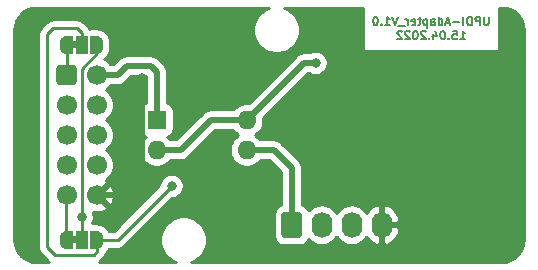
<source format=gbr>
%TF.GenerationSoftware,KiCad,Pcbnew,(5.1.8)-1*%
%TF.CreationDate,2022-04-17T09:09:35+02:00*%
%TF.ProjectId,UPDI-Adapter_V1.0,55504449-2d41-4646-9170-7465725f5631,rev?*%
%TF.SameCoordinates,Original*%
%TF.FileFunction,Copper,L2,Bot*%
%TF.FilePolarity,Positive*%
%FSLAX46Y46*%
G04 Gerber Fmt 4.6, Leading zero omitted, Abs format (unit mm)*
G04 Created by KiCad (PCBNEW (5.1.8)-1) date 2022-04-17 09:09:35*
%MOMM*%
%LPD*%
G01*
G04 APERTURE LIST*
%TA.AperFunction,NonConductor*%
%ADD10C,0.150000*%
%TD*%
%TA.AperFunction,EtchedComponent*%
%ADD11C,0.100000*%
%TD*%
%TA.AperFunction,ComponentPad*%
%ADD12C,1.700000*%
%TD*%
%TA.AperFunction,ComponentPad*%
%ADD13O,1.740000X2.190000*%
%TD*%
%TA.AperFunction,SMDPad,CuDef*%
%ADD14C,0.100000*%
%TD*%
%TA.AperFunction,SMDPad,CuDef*%
%ADD15R,1.000000X1.500000*%
%TD*%
%TA.AperFunction,ComponentPad*%
%ADD16R,1.600000X1.600000*%
%TD*%
%TA.AperFunction,ComponentPad*%
%ADD17O,1.600000X1.600000*%
%TD*%
%TA.AperFunction,ViaPad*%
%ADD18C,0.800000*%
%TD*%
%TA.AperFunction,Conductor*%
%ADD19C,0.500000*%
%TD*%
%TA.AperFunction,Conductor*%
%ADD20C,0.250000*%
%TD*%
%TA.AperFunction,Conductor*%
%ADD21C,0.254000*%
%TD*%
%TA.AperFunction,Conductor*%
%ADD22C,0.100000*%
%TD*%
G04 APERTURE END LIST*
D10*
X76367666Y-45879666D02*
X76367666Y-46446333D01*
X76334333Y-46513000D01*
X76301000Y-46546333D01*
X76234333Y-46579666D01*
X76101000Y-46579666D01*
X76034333Y-46546333D01*
X76001000Y-46513000D01*
X75967666Y-46446333D01*
X75967666Y-45879666D01*
X75634333Y-46579666D02*
X75634333Y-45879666D01*
X75367666Y-45879666D01*
X75301000Y-45913000D01*
X75267666Y-45946333D01*
X75234333Y-46013000D01*
X75234333Y-46113000D01*
X75267666Y-46179666D01*
X75301000Y-46213000D01*
X75367666Y-46246333D01*
X75634333Y-46246333D01*
X74934333Y-46579666D02*
X74934333Y-45879666D01*
X74767666Y-45879666D01*
X74667666Y-45913000D01*
X74601000Y-45979666D01*
X74567666Y-46046333D01*
X74534333Y-46179666D01*
X74534333Y-46279666D01*
X74567666Y-46413000D01*
X74601000Y-46479666D01*
X74667666Y-46546333D01*
X74767666Y-46579666D01*
X74934333Y-46579666D01*
X74234333Y-46579666D02*
X74234333Y-45879666D01*
X73901000Y-46313000D02*
X73367666Y-46313000D01*
X73067666Y-46379666D02*
X72734333Y-46379666D01*
X73134333Y-46579666D02*
X72901000Y-45879666D01*
X72667666Y-46579666D01*
X72134333Y-46579666D02*
X72134333Y-45879666D01*
X72134333Y-46546333D02*
X72201000Y-46579666D01*
X72334333Y-46579666D01*
X72401000Y-46546333D01*
X72434333Y-46513000D01*
X72467666Y-46446333D01*
X72467666Y-46246333D01*
X72434333Y-46179666D01*
X72401000Y-46146333D01*
X72334333Y-46113000D01*
X72201000Y-46113000D01*
X72134333Y-46146333D01*
X71501000Y-46579666D02*
X71501000Y-46213000D01*
X71534333Y-46146333D01*
X71601000Y-46113000D01*
X71734333Y-46113000D01*
X71801000Y-46146333D01*
X71501000Y-46546333D02*
X71567666Y-46579666D01*
X71734333Y-46579666D01*
X71801000Y-46546333D01*
X71834333Y-46479666D01*
X71834333Y-46413000D01*
X71801000Y-46346333D01*
X71734333Y-46313000D01*
X71567666Y-46313000D01*
X71501000Y-46279666D01*
X71167666Y-46113000D02*
X71167666Y-46813000D01*
X71167666Y-46146333D02*
X71101000Y-46113000D01*
X70967666Y-46113000D01*
X70901000Y-46146333D01*
X70867666Y-46179666D01*
X70834333Y-46246333D01*
X70834333Y-46446333D01*
X70867666Y-46513000D01*
X70901000Y-46546333D01*
X70967666Y-46579666D01*
X71101000Y-46579666D01*
X71167666Y-46546333D01*
X70634333Y-46113000D02*
X70367666Y-46113000D01*
X70534333Y-45879666D02*
X70534333Y-46479666D01*
X70501000Y-46546333D01*
X70434333Y-46579666D01*
X70367666Y-46579666D01*
X69867666Y-46546333D02*
X69934333Y-46579666D01*
X70067666Y-46579666D01*
X70134333Y-46546333D01*
X70167666Y-46479666D01*
X70167666Y-46213000D01*
X70134333Y-46146333D01*
X70067666Y-46113000D01*
X69934333Y-46113000D01*
X69867666Y-46146333D01*
X69834333Y-46213000D01*
X69834333Y-46279666D01*
X70167666Y-46346333D01*
X69534333Y-46579666D02*
X69534333Y-46113000D01*
X69534333Y-46246333D02*
X69501000Y-46179666D01*
X69467666Y-46146333D01*
X69401000Y-46113000D01*
X69334333Y-46113000D01*
X69267666Y-46646333D02*
X68734333Y-46646333D01*
X68667666Y-45879666D02*
X68434333Y-46579666D01*
X68201000Y-45879666D01*
X67601000Y-46579666D02*
X68001000Y-46579666D01*
X67801000Y-46579666D02*
X67801000Y-45879666D01*
X67867666Y-45979666D01*
X67934333Y-46046333D01*
X68001000Y-46079666D01*
X67301000Y-46513000D02*
X67267666Y-46546333D01*
X67301000Y-46579666D01*
X67334333Y-46546333D01*
X67301000Y-46513000D01*
X67301000Y-46579666D01*
X66834333Y-45879666D02*
X66767666Y-45879666D01*
X66701000Y-45913000D01*
X66667666Y-45946333D01*
X66634333Y-46013000D01*
X66601000Y-46146333D01*
X66601000Y-46313000D01*
X66634333Y-46446333D01*
X66667666Y-46513000D01*
X66701000Y-46546333D01*
X66767666Y-46579666D01*
X66834333Y-46579666D01*
X66901000Y-46546333D01*
X66934333Y-46513000D01*
X66967666Y-46446333D01*
X67001000Y-46313000D01*
X67001000Y-46146333D01*
X66967666Y-46013000D01*
X66934333Y-45946333D01*
X66901000Y-45913000D01*
X66834333Y-45879666D01*
X73967666Y-47779666D02*
X74367666Y-47779666D01*
X74167666Y-47779666D02*
X74167666Y-47079666D01*
X74234333Y-47179666D01*
X74301000Y-47246333D01*
X74367666Y-47279666D01*
X73334333Y-47079666D02*
X73667666Y-47079666D01*
X73701000Y-47413000D01*
X73667666Y-47379666D01*
X73601000Y-47346333D01*
X73434333Y-47346333D01*
X73367666Y-47379666D01*
X73334333Y-47413000D01*
X73301000Y-47479666D01*
X73301000Y-47646333D01*
X73334333Y-47713000D01*
X73367666Y-47746333D01*
X73434333Y-47779666D01*
X73601000Y-47779666D01*
X73667666Y-47746333D01*
X73701000Y-47713000D01*
X73001000Y-47713000D02*
X72967666Y-47746333D01*
X73001000Y-47779666D01*
X73034333Y-47746333D01*
X73001000Y-47713000D01*
X73001000Y-47779666D01*
X72534333Y-47079666D02*
X72467666Y-47079666D01*
X72401000Y-47113000D01*
X72367666Y-47146333D01*
X72334333Y-47213000D01*
X72301000Y-47346333D01*
X72301000Y-47513000D01*
X72334333Y-47646333D01*
X72367666Y-47713000D01*
X72401000Y-47746333D01*
X72467666Y-47779666D01*
X72534333Y-47779666D01*
X72601000Y-47746333D01*
X72634333Y-47713000D01*
X72667666Y-47646333D01*
X72701000Y-47513000D01*
X72701000Y-47346333D01*
X72667666Y-47213000D01*
X72634333Y-47146333D01*
X72601000Y-47113000D01*
X72534333Y-47079666D01*
X71701000Y-47313000D02*
X71701000Y-47779666D01*
X71867666Y-47046333D02*
X72034333Y-47546333D01*
X71601000Y-47546333D01*
X71334333Y-47713000D02*
X71301000Y-47746333D01*
X71334333Y-47779666D01*
X71367666Y-47746333D01*
X71334333Y-47713000D01*
X71334333Y-47779666D01*
X71034333Y-47146333D02*
X71001000Y-47113000D01*
X70934333Y-47079666D01*
X70767666Y-47079666D01*
X70701000Y-47113000D01*
X70667666Y-47146333D01*
X70634333Y-47213000D01*
X70634333Y-47279666D01*
X70667666Y-47379666D01*
X71067666Y-47779666D01*
X70634333Y-47779666D01*
X70201000Y-47079666D02*
X70134333Y-47079666D01*
X70067666Y-47113000D01*
X70034333Y-47146333D01*
X70001000Y-47213000D01*
X69967666Y-47346333D01*
X69967666Y-47513000D01*
X70001000Y-47646333D01*
X70034333Y-47713000D01*
X70067666Y-47746333D01*
X70134333Y-47779666D01*
X70201000Y-47779666D01*
X70267666Y-47746333D01*
X70301000Y-47713000D01*
X70334333Y-47646333D01*
X70367666Y-47513000D01*
X70367666Y-47346333D01*
X70334333Y-47213000D01*
X70301000Y-47146333D01*
X70267666Y-47113000D01*
X70201000Y-47079666D01*
X69701000Y-47146333D02*
X69667666Y-47113000D01*
X69601000Y-47079666D01*
X69434333Y-47079666D01*
X69367666Y-47113000D01*
X69334333Y-47146333D01*
X69301000Y-47213000D01*
X69301000Y-47279666D01*
X69334333Y-47379666D01*
X69734333Y-47779666D01*
X69301000Y-47779666D01*
X69034333Y-47146333D02*
X69001000Y-47113000D01*
X68934333Y-47079666D01*
X68767666Y-47079666D01*
X68701000Y-47113000D01*
X68667666Y-47146333D01*
X68634333Y-47213000D01*
X68634333Y-47279666D01*
X68667666Y-47379666D01*
X69067666Y-47779666D01*
X68634333Y-47779666D01*
D11*
%TO.C,JP1*%
G36*
X41010000Y-48560000D02*
G01*
X41510000Y-48560000D01*
X41510000Y-47960000D01*
X41010000Y-47960000D01*
X41010000Y-48560000D01*
G37*
%TO.C,JP2*%
G36*
X41010000Y-65070000D02*
G01*
X41510000Y-65070000D01*
X41510000Y-64470000D01*
X41010000Y-64470000D01*
X41010000Y-65070000D01*
G37*
%TD*%
%TO.P,J1,1*%
%TO.N,/EXA_TX*%
%TA.AperFunction,ComponentPad*%
G36*
G01*
X39790000Y-51400000D02*
X39790000Y-50200000D01*
G75*
G02*
X40040000Y-49950000I250000J0D01*
G01*
X41240000Y-49950000D01*
G75*
G02*
X41490000Y-50200000I0J-250000D01*
G01*
X41490000Y-51400000D01*
G75*
G02*
X41240000Y-51650000I-250000J0D01*
G01*
X40040000Y-51650000D01*
G75*
G02*
X39790000Y-51400000I0J250000D01*
G01*
G37*
%TD.AperFunction*%
D12*
%TO.P,J1,3*%
%TO.N,Net-(J1-Pad3)*%
X40640000Y-53340000D03*
%TO.P,J1,5*%
%TO.N,Net-(J1-Pad5)*%
X40640000Y-55880000D03*
%TO.P,J1,7*%
%TO.N,Net-(J1-Pad7)*%
X40640000Y-58420000D03*
%TO.P,J1,9*%
%TO.N,/EXA_RX*%
X40640000Y-60960000D03*
%TO.P,J1,2*%
%TO.N,Net-(J1-Pad2)*%
X43180000Y-50800000D03*
%TO.P,J1,4*%
%TO.N,/UPDI*%
X43180000Y-53340000D03*
%TO.P,J1,6*%
%TO.N,Net-(J1-Pad6)*%
X43180000Y-55880000D03*
%TO.P,J1,8*%
%TO.N,Net-(J1-Pad8)*%
X43180000Y-58420000D03*
%TO.P,J1,10*%
%TO.N,GND*%
X43180000Y-60960000D03*
%TD*%
%TO.P,J2,1*%
%TO.N,/J2_PWR*%
%TA.AperFunction,ComponentPad*%
G36*
G01*
X58820000Y-64345001D02*
X58820000Y-62654999D01*
G75*
G02*
X59069999Y-62405000I249999J0D01*
G01*
X60310001Y-62405000D01*
G75*
G02*
X60560000Y-62654999I0J-249999D01*
G01*
X60560000Y-64345001D01*
G75*
G02*
X60310001Y-64595000I-249999J0D01*
G01*
X59069999Y-64595000D01*
G75*
G02*
X58820000Y-64345001I0J249999D01*
G01*
G37*
%TD.AperFunction*%
D13*
%TO.P,J2,2*%
%TO.N,Net-(J2-Pad2)*%
X62230000Y-63500000D03*
%TO.P,J2,3*%
%TO.N,Net-(J2-Pad3)*%
X64770000Y-63500000D03*
%TO.P,J2,4*%
%TO.N,GND*%
X67310000Y-63500000D03*
%TD*%
%TA.AperFunction,SMDPad,CuDef*%
D14*
%TO.P,JP1,3*%
%TO.N,/Tar_TX*%
G36*
X43210000Y-47510602D02*
G01*
X43234534Y-47510602D01*
X43283365Y-47515412D01*
X43331490Y-47524984D01*
X43378445Y-47539228D01*
X43423778Y-47558005D01*
X43467051Y-47581136D01*
X43507850Y-47608396D01*
X43545779Y-47639524D01*
X43580476Y-47674221D01*
X43611604Y-47712150D01*
X43638864Y-47752949D01*
X43661995Y-47796222D01*
X43680772Y-47841555D01*
X43695016Y-47888510D01*
X43704588Y-47936635D01*
X43709398Y-47985466D01*
X43709398Y-48010000D01*
X43710000Y-48010000D01*
X43710000Y-48510000D01*
X43709398Y-48510000D01*
X43709398Y-48534534D01*
X43704588Y-48583365D01*
X43695016Y-48631490D01*
X43680772Y-48678445D01*
X43661995Y-48723778D01*
X43638864Y-48767051D01*
X43611604Y-48807850D01*
X43580476Y-48845779D01*
X43545779Y-48880476D01*
X43507850Y-48911604D01*
X43467051Y-48938864D01*
X43423778Y-48961995D01*
X43378445Y-48980772D01*
X43331490Y-48995016D01*
X43283365Y-49004588D01*
X43234534Y-49009398D01*
X43210000Y-49009398D01*
X43210000Y-49010000D01*
X42660000Y-49010000D01*
X42660000Y-47510000D01*
X43210000Y-47510000D01*
X43210000Y-47510602D01*
G37*
%TD.AperFunction*%
D15*
%TO.P,JP1,2*%
%TO.N,/Tar_RX*%
X41910000Y-48260000D03*
%TA.AperFunction,SMDPad,CuDef*%
D14*
%TO.P,JP1,1*%
%TO.N,/EXA_TX*%
G36*
X41160000Y-49010000D02*
G01*
X40610000Y-49010000D01*
X40610000Y-49009398D01*
X40585466Y-49009398D01*
X40536635Y-49004588D01*
X40488510Y-48995016D01*
X40441555Y-48980772D01*
X40396222Y-48961995D01*
X40352949Y-48938864D01*
X40312150Y-48911604D01*
X40274221Y-48880476D01*
X40239524Y-48845779D01*
X40208396Y-48807850D01*
X40181136Y-48767051D01*
X40158005Y-48723778D01*
X40139228Y-48678445D01*
X40124984Y-48631490D01*
X40115412Y-48583365D01*
X40110602Y-48534534D01*
X40110602Y-48510000D01*
X40110000Y-48510000D01*
X40110000Y-48010000D01*
X40110602Y-48010000D01*
X40110602Y-47985466D01*
X40115412Y-47936635D01*
X40124984Y-47888510D01*
X40139228Y-47841555D01*
X40158005Y-47796222D01*
X40181136Y-47752949D01*
X40208396Y-47712150D01*
X40239524Y-47674221D01*
X40274221Y-47639524D01*
X40312150Y-47608396D01*
X40352949Y-47581136D01*
X40396222Y-47558005D01*
X40441555Y-47539228D01*
X40488510Y-47524984D01*
X40536635Y-47515412D01*
X40585466Y-47510602D01*
X40610000Y-47510602D01*
X40610000Y-47510000D01*
X41160000Y-47510000D01*
X41160000Y-49010000D01*
G37*
%TD.AperFunction*%
%TD*%
%TA.AperFunction,SMDPad,CuDef*%
%TO.P,JP2,1*%
%TO.N,/EXA_RX*%
G36*
X41160000Y-65520000D02*
G01*
X40610000Y-65520000D01*
X40610000Y-65519398D01*
X40585466Y-65519398D01*
X40536635Y-65514588D01*
X40488510Y-65505016D01*
X40441555Y-65490772D01*
X40396222Y-65471995D01*
X40352949Y-65448864D01*
X40312150Y-65421604D01*
X40274221Y-65390476D01*
X40239524Y-65355779D01*
X40208396Y-65317850D01*
X40181136Y-65277051D01*
X40158005Y-65233778D01*
X40139228Y-65188445D01*
X40124984Y-65141490D01*
X40115412Y-65093365D01*
X40110602Y-65044534D01*
X40110602Y-65020000D01*
X40110000Y-65020000D01*
X40110000Y-64520000D01*
X40110602Y-64520000D01*
X40110602Y-64495466D01*
X40115412Y-64446635D01*
X40124984Y-64398510D01*
X40139228Y-64351555D01*
X40158005Y-64306222D01*
X40181136Y-64262949D01*
X40208396Y-64222150D01*
X40239524Y-64184221D01*
X40274221Y-64149524D01*
X40312150Y-64118396D01*
X40352949Y-64091136D01*
X40396222Y-64068005D01*
X40441555Y-64049228D01*
X40488510Y-64034984D01*
X40536635Y-64025412D01*
X40585466Y-64020602D01*
X40610000Y-64020602D01*
X40610000Y-64020000D01*
X41160000Y-64020000D01*
X41160000Y-65520000D01*
G37*
%TD.AperFunction*%
D15*
%TO.P,JP2,2*%
%TO.N,/Tar_TX*%
X41910000Y-64770000D03*
%TA.AperFunction,SMDPad,CuDef*%
D14*
%TO.P,JP2,3*%
%TO.N,/Tar_RX*%
G36*
X43210000Y-64020602D02*
G01*
X43234534Y-64020602D01*
X43283365Y-64025412D01*
X43331490Y-64034984D01*
X43378445Y-64049228D01*
X43423778Y-64068005D01*
X43467051Y-64091136D01*
X43507850Y-64118396D01*
X43545779Y-64149524D01*
X43580476Y-64184221D01*
X43611604Y-64222150D01*
X43638864Y-64262949D01*
X43661995Y-64306222D01*
X43680772Y-64351555D01*
X43695016Y-64398510D01*
X43704588Y-64446635D01*
X43709398Y-64495466D01*
X43709398Y-64520000D01*
X43710000Y-64520000D01*
X43710000Y-65020000D01*
X43709398Y-65020000D01*
X43709398Y-65044534D01*
X43704588Y-65093365D01*
X43695016Y-65141490D01*
X43680772Y-65188445D01*
X43661995Y-65233778D01*
X43638864Y-65277051D01*
X43611604Y-65317850D01*
X43580476Y-65355779D01*
X43545779Y-65390476D01*
X43507850Y-65421604D01*
X43467051Y-65448864D01*
X43423778Y-65471995D01*
X43378445Y-65490772D01*
X43331490Y-65505016D01*
X43283365Y-65514588D01*
X43234534Y-65519398D01*
X43210000Y-65519398D01*
X43210000Y-65520000D01*
X42660000Y-65520000D01*
X42660000Y-64020000D01*
X43210000Y-64020000D01*
X43210000Y-64020602D01*
G37*
%TD.AperFunction*%
%TD*%
D16*
%TO.P,SW1,1*%
%TO.N,Net-(J1-Pad2)*%
X48260000Y-54610000D03*
D17*
%TO.P,SW1,3*%
%TO.N,/J2_PWR*%
X55880000Y-57150000D03*
%TO.P,SW1,2*%
%TO.N,VCC*%
X48260000Y-57150000D03*
%TO.P,SW1,4*%
X55880000Y-54610000D03*
%TD*%
D18*
%TO.N,GND*%
X46990000Y-51054000D03*
X78232000Y-48006000D03*
X52070000Y-61214000D03*
X67310000Y-51054000D03*
%TO.N,/Tar_TX*%
X41910000Y-62865000D03*
%TO.N,/Tar_RX*%
X49530000Y-60198000D03*
%TO.N,VCC*%
X61722000Y-49784000D03*
%TD*%
D19*
%TO.N,GND*%
X67310000Y-49911000D02*
X68072000Y-49149000D01*
X67310000Y-63500000D02*
X67310000Y-49911000D01*
X46609000Y-60960000D02*
X43180000Y-60960000D01*
X46990000Y-60579000D02*
X46609000Y-60960000D01*
X68072000Y-49149000D02*
X72009000Y-49149000D01*
X77089000Y-49149000D02*
X78232000Y-48006000D01*
X72009000Y-49149000D02*
X77089000Y-49149000D01*
D20*
X49530000Y-58674000D02*
X46990000Y-58674000D01*
D19*
X46990000Y-58674000D02*
X46990000Y-60579000D01*
D20*
X52070000Y-61214000D02*
X49530000Y-58674000D01*
D19*
X46990000Y-51054000D02*
X46990000Y-58674000D01*
D20*
%TO.N,/EXA_TX*%
X40640000Y-48290000D02*
X40610000Y-48260000D01*
X40640000Y-50800000D02*
X40640000Y-48290000D01*
%TO.N,/EXA_RX*%
X40610000Y-60990000D02*
X40640000Y-60960000D01*
X40610000Y-64770000D02*
X40610000Y-60990000D01*
D19*
%TO.N,Net-(J1-Pad2)*%
X43180000Y-50800000D02*
X44958000Y-50800000D01*
X44958000Y-50800000D02*
X45720000Y-50038000D01*
X45720000Y-50038000D02*
X47752000Y-50038000D01*
X48260000Y-50546000D02*
X48260000Y-54610000D01*
X47752000Y-50038000D02*
X48260000Y-50546000D01*
D20*
%TO.N,/Tar_TX*%
X43210000Y-48992000D02*
X43210000Y-48260000D01*
X41910000Y-50292000D02*
X43210000Y-48992000D01*
X41910000Y-64770000D02*
X41910000Y-62865000D01*
X41910000Y-62865000D02*
X41910000Y-50292000D01*
%TO.N,/Tar_RX*%
X41910000Y-47260000D02*
X41513000Y-46863000D01*
X41910000Y-48260000D02*
X41910000Y-47260000D01*
X41513000Y-46863000D02*
X39497000Y-46863000D01*
X39497000Y-46863000D02*
X38989000Y-47371000D01*
X38989000Y-47371000D02*
X38989000Y-65405000D01*
X38989000Y-65405000D02*
X39624000Y-66040000D01*
X39624000Y-66040000D02*
X42926000Y-66040000D01*
X43210000Y-65756000D02*
X43210000Y-64770000D01*
X42926000Y-66040000D02*
X43210000Y-65756000D01*
X43210000Y-64770000D02*
X44958000Y-64770000D01*
X44958000Y-64770000D02*
X49530000Y-60198000D01*
D19*
%TO.N,VCC*%
X48260000Y-57150000D02*
X50292000Y-57150000D01*
X52832000Y-54610000D02*
X55880000Y-54610000D01*
X50292000Y-57150000D02*
X52832000Y-54610000D01*
X60706000Y-49784000D02*
X61722000Y-49784000D01*
X55880000Y-54610000D02*
X60706000Y-49784000D01*
%TO.N,/J2_PWR*%
X55880000Y-57150000D02*
X58166000Y-57150000D01*
X59690000Y-58674000D02*
X59690000Y-63500000D01*
X58166000Y-57150000D02*
X59690000Y-58674000D01*
%TD*%
D21*
%TO.N,GND*%
X57479750Y-45230915D02*
X57154636Y-45448149D01*
X56878149Y-45724636D01*
X56660915Y-46049750D01*
X56511282Y-46410997D01*
X56435000Y-46794495D01*
X56435000Y-47185505D01*
X56511282Y-47569003D01*
X56660915Y-47930250D01*
X56878149Y-48255364D01*
X57154636Y-48531851D01*
X57479750Y-48749085D01*
X57840997Y-48898718D01*
X58224495Y-48975000D01*
X58615505Y-48975000D01*
X58999003Y-48898718D01*
X59360250Y-48749085D01*
X59685364Y-48531851D01*
X59961851Y-48255364D01*
X60179085Y-47930250D01*
X60328718Y-47569003D01*
X60405000Y-47185505D01*
X60405000Y-46794495D01*
X60328718Y-46410997D01*
X60179085Y-46049750D01*
X59961851Y-45724636D01*
X59685364Y-45448149D01*
X59360250Y-45230915D01*
X59068335Y-45110000D01*
X65757667Y-45110000D01*
X65757667Y-48756500D01*
X77244334Y-48756500D01*
X77244334Y-45110000D01*
X77437721Y-45110000D01*
X77834545Y-45148909D01*
X78185208Y-45254780D01*
X78508625Y-45426744D01*
X78792484Y-45658254D01*
X79025965Y-45940486D01*
X79200183Y-46262695D01*
X79308502Y-46612614D01*
X79350001Y-47007452D01*
X79350000Y-64737721D01*
X79311091Y-65134545D01*
X79205220Y-65485206D01*
X79033257Y-65808623D01*
X78801748Y-66092482D01*
X78519514Y-66325965D01*
X78197304Y-66500184D01*
X77847385Y-66608502D01*
X77452557Y-66650000D01*
X51194335Y-66650000D01*
X51486250Y-66529085D01*
X51811364Y-66311851D01*
X52087851Y-66035364D01*
X52305085Y-65710250D01*
X52454718Y-65349003D01*
X52531000Y-64965505D01*
X52531000Y-64574495D01*
X52454718Y-64190997D01*
X52305085Y-63829750D01*
X52087851Y-63504636D01*
X51811364Y-63228149D01*
X51486250Y-63010915D01*
X51125003Y-62861282D01*
X50741505Y-62785000D01*
X50350495Y-62785000D01*
X49966997Y-62861282D01*
X49605750Y-63010915D01*
X49280636Y-63228149D01*
X49004149Y-63504636D01*
X48786915Y-63829750D01*
X48637282Y-64190997D01*
X48561000Y-64574495D01*
X48561000Y-64965505D01*
X48637282Y-65349003D01*
X48786915Y-65710250D01*
X49004149Y-66035364D01*
X49280636Y-66311851D01*
X49605750Y-66529085D01*
X49897665Y-66650000D01*
X43380707Y-66650000D01*
X43466001Y-66580001D01*
X43489804Y-66550997D01*
X43720998Y-66319803D01*
X43750001Y-66296001D01*
X43844974Y-66180276D01*
X43915546Y-66048247D01*
X43959003Y-65904986D01*
X43962367Y-65870833D01*
X43978382Y-65857690D01*
X44047690Y-65788382D01*
X44127042Y-65691691D01*
X44181498Y-65610192D01*
X44224362Y-65530000D01*
X44920678Y-65530000D01*
X44958000Y-65533676D01*
X44995322Y-65530000D01*
X44995333Y-65530000D01*
X45106986Y-65519003D01*
X45250247Y-65475546D01*
X45382276Y-65404974D01*
X45498001Y-65310001D01*
X45521804Y-65280997D01*
X49569803Y-61233000D01*
X49631939Y-61233000D01*
X49831898Y-61193226D01*
X50020256Y-61115205D01*
X50189774Y-61001937D01*
X50333937Y-60857774D01*
X50447205Y-60688256D01*
X50525226Y-60499898D01*
X50565000Y-60299939D01*
X50565000Y-60096061D01*
X50525226Y-59896102D01*
X50447205Y-59707744D01*
X50333937Y-59538226D01*
X50189774Y-59394063D01*
X50020256Y-59280795D01*
X49831898Y-59202774D01*
X49631939Y-59163000D01*
X49428061Y-59163000D01*
X49228102Y-59202774D01*
X49039744Y-59280795D01*
X48870226Y-59394063D01*
X48726063Y-59538226D01*
X48612795Y-59707744D01*
X48534774Y-59896102D01*
X48495000Y-60096061D01*
X48495000Y-60158197D01*
X44643199Y-64010000D01*
X44224362Y-64010000D01*
X44181498Y-63929808D01*
X44127042Y-63848309D01*
X44047690Y-63751618D01*
X43978382Y-63682310D01*
X43881691Y-63602958D01*
X43800192Y-63548502D01*
X43689875Y-63489536D01*
X43599319Y-63452027D01*
X43479623Y-63415718D01*
X43383490Y-63396596D01*
X43259009Y-63384336D01*
X43234450Y-63384336D01*
X43210000Y-63381928D01*
X42809383Y-63381928D01*
X42827205Y-63355256D01*
X42905226Y-63166898D01*
X42945000Y-62966939D01*
X42945000Y-62763061D01*
X42905226Y-62563102D01*
X42840073Y-62405809D01*
X42956411Y-62435339D01*
X43248531Y-62450611D01*
X43538019Y-62408599D01*
X43813747Y-62310919D01*
X43951157Y-62237472D01*
X44028792Y-61988397D01*
X43180000Y-61139605D01*
X43165858Y-61153748D01*
X42986253Y-60974143D01*
X43000395Y-60960000D01*
X43359605Y-60960000D01*
X44208397Y-61808792D01*
X44457472Y-61731157D01*
X44583371Y-61467117D01*
X44655339Y-61183589D01*
X44670611Y-60891469D01*
X44628599Y-60601981D01*
X44530919Y-60326253D01*
X44457472Y-60188843D01*
X44208397Y-60111208D01*
X43359605Y-60960000D01*
X43000395Y-60960000D01*
X42986253Y-60945858D01*
X43165858Y-60766253D01*
X43180000Y-60780395D01*
X44028792Y-59931603D01*
X43953271Y-59689311D01*
X44126632Y-59573475D01*
X44333475Y-59366632D01*
X44495990Y-59123411D01*
X44607932Y-58853158D01*
X44665000Y-58566260D01*
X44665000Y-58273740D01*
X44607932Y-57986842D01*
X44495990Y-57716589D01*
X44333475Y-57473368D01*
X44126632Y-57266525D01*
X43952240Y-57150000D01*
X44126632Y-57033475D01*
X44333475Y-56826632D01*
X44495990Y-56583411D01*
X44607932Y-56313158D01*
X44665000Y-56026260D01*
X44665000Y-55733740D01*
X44607932Y-55446842D01*
X44495990Y-55176589D01*
X44333475Y-54933368D01*
X44126632Y-54726525D01*
X43952240Y-54610000D01*
X44126632Y-54493475D01*
X44333475Y-54286632D01*
X44495990Y-54043411D01*
X44607932Y-53773158D01*
X44665000Y-53486260D01*
X44665000Y-53193740D01*
X44607932Y-52906842D01*
X44495990Y-52636589D01*
X44333475Y-52393368D01*
X44126632Y-52186525D01*
X43952240Y-52070000D01*
X44126632Y-51953475D01*
X44333475Y-51746632D01*
X44374656Y-51685000D01*
X44914531Y-51685000D01*
X44958000Y-51689281D01*
X45001469Y-51685000D01*
X45001477Y-51685000D01*
X45131490Y-51672195D01*
X45298313Y-51621589D01*
X45452059Y-51539411D01*
X45586817Y-51428817D01*
X45614534Y-51395044D01*
X46086579Y-50923000D01*
X47375000Y-50923000D01*
X47375001Y-53180299D01*
X47335518Y-53184188D01*
X47215820Y-53220498D01*
X47105506Y-53279463D01*
X47008815Y-53358815D01*
X46929463Y-53455506D01*
X46870498Y-53565820D01*
X46834188Y-53685518D01*
X46821928Y-53810000D01*
X46821928Y-55410000D01*
X46834188Y-55534482D01*
X46870498Y-55654180D01*
X46929463Y-55764494D01*
X47008815Y-55861185D01*
X47105506Y-55940537D01*
X47215820Y-55999502D01*
X47335518Y-56035812D01*
X47343961Y-56036643D01*
X47145363Y-56235241D01*
X46988320Y-56470273D01*
X46880147Y-56731426D01*
X46825000Y-57008665D01*
X46825000Y-57291335D01*
X46880147Y-57568574D01*
X46988320Y-57829727D01*
X47145363Y-58064759D01*
X47345241Y-58264637D01*
X47580273Y-58421680D01*
X47841426Y-58529853D01*
X48118665Y-58585000D01*
X48401335Y-58585000D01*
X48678574Y-58529853D01*
X48939727Y-58421680D01*
X49174759Y-58264637D01*
X49374637Y-58064759D01*
X49394521Y-58035000D01*
X50248531Y-58035000D01*
X50292000Y-58039281D01*
X50335469Y-58035000D01*
X50335477Y-58035000D01*
X50465490Y-58022195D01*
X50632313Y-57971589D01*
X50786059Y-57889411D01*
X50920817Y-57778817D01*
X50948534Y-57745044D01*
X53198579Y-55495000D01*
X54745479Y-55495000D01*
X54765363Y-55524759D01*
X54965241Y-55724637D01*
X55197759Y-55880000D01*
X54965241Y-56035363D01*
X54765363Y-56235241D01*
X54608320Y-56470273D01*
X54500147Y-56731426D01*
X54445000Y-57008665D01*
X54445000Y-57291335D01*
X54500147Y-57568574D01*
X54608320Y-57829727D01*
X54765363Y-58064759D01*
X54965241Y-58264637D01*
X55200273Y-58421680D01*
X55461426Y-58529853D01*
X55738665Y-58585000D01*
X56021335Y-58585000D01*
X56298574Y-58529853D01*
X56559727Y-58421680D01*
X56794759Y-58264637D01*
X56994637Y-58064759D01*
X57014521Y-58035000D01*
X57799422Y-58035000D01*
X58805000Y-59040579D01*
X58805001Y-61811822D01*
X58730149Y-61834528D01*
X58576613Y-61916595D01*
X58442038Y-62027038D01*
X58331595Y-62161613D01*
X58249528Y-62315149D01*
X58198992Y-62481745D01*
X58181928Y-62654999D01*
X58181928Y-64345001D01*
X58198992Y-64518255D01*
X58249528Y-64684851D01*
X58331595Y-64838387D01*
X58442038Y-64972962D01*
X58576613Y-65083405D01*
X58730149Y-65165472D01*
X58896745Y-65216008D01*
X59069999Y-65233072D01*
X60310001Y-65233072D01*
X60483255Y-65216008D01*
X60649851Y-65165472D01*
X60803387Y-65083405D01*
X60937962Y-64972962D01*
X61048405Y-64838387D01*
X61106934Y-64728886D01*
X61160655Y-64794345D01*
X61389822Y-64982417D01*
X61651276Y-65122166D01*
X61934969Y-65208224D01*
X62230000Y-65237282D01*
X62525032Y-65208224D01*
X62808725Y-65122166D01*
X63070179Y-64982417D01*
X63299345Y-64794345D01*
X63487417Y-64565179D01*
X63500000Y-64541638D01*
X63512583Y-64565179D01*
X63700655Y-64794345D01*
X63929822Y-64982417D01*
X64191276Y-65122166D01*
X64474969Y-65208224D01*
X64770000Y-65237282D01*
X65065032Y-65208224D01*
X65348725Y-65122166D01*
X65610179Y-64982417D01*
X65839345Y-64794345D01*
X66027417Y-64565179D01*
X66042560Y-64536848D01*
X66135292Y-64677433D01*
X66343674Y-64888306D01*
X66589191Y-65054474D01*
X66862409Y-65169551D01*
X66949969Y-65186302D01*
X67183000Y-65065246D01*
X67183000Y-63627000D01*
X67437000Y-63627000D01*
X67437000Y-65065246D01*
X67670031Y-65186302D01*
X67757591Y-65169551D01*
X68030809Y-65054474D01*
X68276326Y-64888306D01*
X68484708Y-64677433D01*
X68647947Y-64429958D01*
X68759769Y-64155392D01*
X68815877Y-63864286D01*
X68660376Y-63627000D01*
X67437000Y-63627000D01*
X67183000Y-63627000D01*
X67163000Y-63627000D01*
X67163000Y-63373000D01*
X67183000Y-63373000D01*
X67183000Y-61934754D01*
X67437000Y-61934754D01*
X67437000Y-63373000D01*
X68660376Y-63373000D01*
X68815877Y-63135714D01*
X68759769Y-62844608D01*
X68647947Y-62570042D01*
X68484708Y-62322567D01*
X68276326Y-62111694D01*
X68030809Y-61945526D01*
X67757591Y-61830449D01*
X67670031Y-61813698D01*
X67437000Y-61934754D01*
X67183000Y-61934754D01*
X66949969Y-61813698D01*
X66862409Y-61830449D01*
X66589191Y-61945526D01*
X66343674Y-62111694D01*
X66135292Y-62322567D01*
X66042560Y-62463152D01*
X66027417Y-62434821D01*
X65839345Y-62205655D01*
X65610178Y-62017583D01*
X65348724Y-61877834D01*
X65065031Y-61791776D01*
X64770000Y-61762718D01*
X64474968Y-61791776D01*
X64191275Y-61877834D01*
X63929821Y-62017583D01*
X63700655Y-62205655D01*
X63512583Y-62434822D01*
X63500000Y-62458363D01*
X63487417Y-62434821D01*
X63299345Y-62205655D01*
X63070178Y-62017583D01*
X62808724Y-61877834D01*
X62525031Y-61791776D01*
X62230000Y-61762718D01*
X61934968Y-61791776D01*
X61651275Y-61877834D01*
X61389821Y-62017583D01*
X61160655Y-62205655D01*
X61106935Y-62271114D01*
X61048405Y-62161613D01*
X60937962Y-62027038D01*
X60803387Y-61916595D01*
X60649851Y-61834528D01*
X60575000Y-61811822D01*
X60575000Y-58717465D01*
X60579281Y-58673999D01*
X60575000Y-58630533D01*
X60575000Y-58630523D01*
X60562195Y-58500510D01*
X60511589Y-58333687D01*
X60429411Y-58179941D01*
X60318817Y-58045183D01*
X60285050Y-58017471D01*
X58822532Y-56554954D01*
X58794817Y-56521183D01*
X58660059Y-56410589D01*
X58506313Y-56328411D01*
X58339490Y-56277805D01*
X58209477Y-56265000D01*
X58209469Y-56265000D01*
X58166000Y-56260719D01*
X58122531Y-56265000D01*
X57014521Y-56265000D01*
X56994637Y-56235241D01*
X56794759Y-56035363D01*
X56562241Y-55880000D01*
X56794759Y-55724637D01*
X56994637Y-55524759D01*
X57151680Y-55289727D01*
X57259853Y-55028574D01*
X57315000Y-54751335D01*
X57315000Y-54468665D01*
X57308017Y-54433561D01*
X61072579Y-50669000D01*
X61183546Y-50669000D01*
X61231744Y-50701205D01*
X61420102Y-50779226D01*
X61620061Y-50819000D01*
X61823939Y-50819000D01*
X62023898Y-50779226D01*
X62212256Y-50701205D01*
X62381774Y-50587937D01*
X62525937Y-50443774D01*
X62639205Y-50274256D01*
X62717226Y-50085898D01*
X62757000Y-49885939D01*
X62757000Y-49682061D01*
X62717226Y-49482102D01*
X62639205Y-49293744D01*
X62525937Y-49124226D01*
X62381774Y-48980063D01*
X62212256Y-48866795D01*
X62023898Y-48788774D01*
X61823939Y-48749000D01*
X61620061Y-48749000D01*
X61420102Y-48788774D01*
X61231744Y-48866795D01*
X61183546Y-48899000D01*
X60749469Y-48899000D01*
X60706000Y-48894719D01*
X60662531Y-48899000D01*
X60662523Y-48899000D01*
X60532510Y-48911805D01*
X60365686Y-48962411D01*
X60211941Y-49044589D01*
X60110953Y-49127468D01*
X60110951Y-49127470D01*
X60077183Y-49155183D01*
X60049470Y-49188951D01*
X56056439Y-53181983D01*
X56021335Y-53175000D01*
X55738665Y-53175000D01*
X55461426Y-53230147D01*
X55200273Y-53338320D01*
X54965241Y-53495363D01*
X54765363Y-53695241D01*
X54745479Y-53725000D01*
X52875465Y-53725000D01*
X52831999Y-53720719D01*
X52788533Y-53725000D01*
X52788523Y-53725000D01*
X52658510Y-53737805D01*
X52491687Y-53788411D01*
X52337941Y-53870589D01*
X52337939Y-53870590D01*
X52337940Y-53870590D01*
X52236953Y-53953468D01*
X52236951Y-53953470D01*
X52203183Y-53981183D01*
X52175470Y-54014951D01*
X49925422Y-56265000D01*
X49394521Y-56265000D01*
X49374637Y-56235241D01*
X49176039Y-56036643D01*
X49184482Y-56035812D01*
X49304180Y-55999502D01*
X49414494Y-55940537D01*
X49511185Y-55861185D01*
X49590537Y-55764494D01*
X49649502Y-55654180D01*
X49685812Y-55534482D01*
X49698072Y-55410000D01*
X49698072Y-53810000D01*
X49685812Y-53685518D01*
X49649502Y-53565820D01*
X49590537Y-53455506D01*
X49511185Y-53358815D01*
X49414494Y-53279463D01*
X49304180Y-53220498D01*
X49184482Y-53184188D01*
X49145000Y-53180299D01*
X49145000Y-50589465D01*
X49149281Y-50545999D01*
X49145000Y-50502533D01*
X49145000Y-50502523D01*
X49132195Y-50372510D01*
X49081589Y-50205687D01*
X48999411Y-50051941D01*
X48888817Y-49917183D01*
X48855045Y-49889467D01*
X48408534Y-49442956D01*
X48380817Y-49409183D01*
X48246059Y-49298589D01*
X48092313Y-49216411D01*
X47925490Y-49165805D01*
X47795477Y-49153000D01*
X47795469Y-49153000D01*
X47752000Y-49148719D01*
X47708531Y-49153000D01*
X45763469Y-49153000D01*
X45720000Y-49148719D01*
X45676531Y-49153000D01*
X45676523Y-49153000D01*
X45546510Y-49165805D01*
X45379687Y-49216411D01*
X45225941Y-49298589D01*
X45124953Y-49381468D01*
X45124951Y-49381470D01*
X45091183Y-49409183D01*
X45063470Y-49442951D01*
X44591422Y-49915000D01*
X44374656Y-49915000D01*
X44333475Y-49853368D01*
X44126632Y-49646525D01*
X43883411Y-49484010D01*
X43829718Y-49461770D01*
X43881691Y-49427042D01*
X43978382Y-49347690D01*
X44047690Y-49278382D01*
X44127042Y-49181691D01*
X44181498Y-49100192D01*
X44240464Y-48989875D01*
X44277973Y-48899319D01*
X44314282Y-48779623D01*
X44333404Y-48683490D01*
X44345664Y-48559009D01*
X44345664Y-48534450D01*
X44348072Y-48510000D01*
X44348072Y-48010000D01*
X44345664Y-47985550D01*
X44345664Y-47960991D01*
X44333404Y-47836510D01*
X44314282Y-47740377D01*
X44277973Y-47620681D01*
X44240464Y-47530125D01*
X44181498Y-47419808D01*
X44127042Y-47338309D01*
X44047690Y-47241618D01*
X43978382Y-47172310D01*
X43881691Y-47092958D01*
X43800192Y-47038502D01*
X43689875Y-46979536D01*
X43599319Y-46942027D01*
X43479623Y-46905718D01*
X43383490Y-46886596D01*
X43259009Y-46874336D01*
X43234450Y-46874336D01*
X43210000Y-46871928D01*
X42660000Y-46871928D01*
X42569110Y-46880880D01*
X42544974Y-46835724D01*
X42450001Y-46719999D01*
X42420997Y-46696196D01*
X42076804Y-46352003D01*
X42053001Y-46322999D01*
X41937276Y-46228026D01*
X41805247Y-46157454D01*
X41661986Y-46113997D01*
X41550333Y-46103000D01*
X41550322Y-46103000D01*
X41513000Y-46099324D01*
X41475678Y-46103000D01*
X39534322Y-46103000D01*
X39496999Y-46099324D01*
X39459676Y-46103000D01*
X39459667Y-46103000D01*
X39348014Y-46113997D01*
X39204753Y-46157454D01*
X39072724Y-46228026D01*
X38956999Y-46322999D01*
X38933200Y-46351998D01*
X38478002Y-46807197D01*
X38448999Y-46830999D01*
X38403372Y-46886596D01*
X38354026Y-46946724D01*
X38319142Y-47011987D01*
X38283454Y-47078754D01*
X38239997Y-47222015D01*
X38229000Y-47333668D01*
X38229000Y-47333678D01*
X38225324Y-47371000D01*
X38229000Y-47408322D01*
X38229001Y-65367667D01*
X38225324Y-65405000D01*
X38229001Y-65442333D01*
X38239998Y-65553986D01*
X38251141Y-65590720D01*
X38283454Y-65697246D01*
X38354026Y-65829276D01*
X38424756Y-65915460D01*
X38449000Y-65945001D01*
X38477998Y-65968799D01*
X39060200Y-66551002D01*
X39083999Y-66580001D01*
X39112997Y-66603799D01*
X39169293Y-66650000D01*
X38132279Y-66650000D01*
X37735455Y-66611091D01*
X37384794Y-66505220D01*
X37061377Y-66333257D01*
X36777518Y-66101748D01*
X36544035Y-65819514D01*
X36369816Y-65497304D01*
X36261498Y-65147385D01*
X36220000Y-64752557D01*
X36220000Y-47022279D01*
X36258909Y-46625455D01*
X36364780Y-46274792D01*
X36536744Y-45951375D01*
X36768254Y-45667516D01*
X37050486Y-45434035D01*
X37372695Y-45259817D01*
X37722614Y-45151498D01*
X38117443Y-45110000D01*
X57771665Y-45110000D01*
X57479750Y-45230915D01*
%TA.AperFunction,Conductor*%
D22*
G36*
X57479750Y-45230915D02*
G01*
X57154636Y-45448149D01*
X56878149Y-45724636D01*
X56660915Y-46049750D01*
X56511282Y-46410997D01*
X56435000Y-46794495D01*
X56435000Y-47185505D01*
X56511282Y-47569003D01*
X56660915Y-47930250D01*
X56878149Y-48255364D01*
X57154636Y-48531851D01*
X57479750Y-48749085D01*
X57840997Y-48898718D01*
X58224495Y-48975000D01*
X58615505Y-48975000D01*
X58999003Y-48898718D01*
X59360250Y-48749085D01*
X59685364Y-48531851D01*
X59961851Y-48255364D01*
X60179085Y-47930250D01*
X60328718Y-47569003D01*
X60405000Y-47185505D01*
X60405000Y-46794495D01*
X60328718Y-46410997D01*
X60179085Y-46049750D01*
X59961851Y-45724636D01*
X59685364Y-45448149D01*
X59360250Y-45230915D01*
X59068335Y-45110000D01*
X65757667Y-45110000D01*
X65757667Y-48756500D01*
X77244334Y-48756500D01*
X77244334Y-45110000D01*
X77437721Y-45110000D01*
X77834545Y-45148909D01*
X78185208Y-45254780D01*
X78508625Y-45426744D01*
X78792484Y-45658254D01*
X79025965Y-45940486D01*
X79200183Y-46262695D01*
X79308502Y-46612614D01*
X79350001Y-47007452D01*
X79350000Y-64737721D01*
X79311091Y-65134545D01*
X79205220Y-65485206D01*
X79033257Y-65808623D01*
X78801748Y-66092482D01*
X78519514Y-66325965D01*
X78197304Y-66500184D01*
X77847385Y-66608502D01*
X77452557Y-66650000D01*
X51194335Y-66650000D01*
X51486250Y-66529085D01*
X51811364Y-66311851D01*
X52087851Y-66035364D01*
X52305085Y-65710250D01*
X52454718Y-65349003D01*
X52531000Y-64965505D01*
X52531000Y-64574495D01*
X52454718Y-64190997D01*
X52305085Y-63829750D01*
X52087851Y-63504636D01*
X51811364Y-63228149D01*
X51486250Y-63010915D01*
X51125003Y-62861282D01*
X50741505Y-62785000D01*
X50350495Y-62785000D01*
X49966997Y-62861282D01*
X49605750Y-63010915D01*
X49280636Y-63228149D01*
X49004149Y-63504636D01*
X48786915Y-63829750D01*
X48637282Y-64190997D01*
X48561000Y-64574495D01*
X48561000Y-64965505D01*
X48637282Y-65349003D01*
X48786915Y-65710250D01*
X49004149Y-66035364D01*
X49280636Y-66311851D01*
X49605750Y-66529085D01*
X49897665Y-66650000D01*
X43380707Y-66650000D01*
X43466001Y-66580001D01*
X43489804Y-66550997D01*
X43720998Y-66319803D01*
X43750001Y-66296001D01*
X43844974Y-66180276D01*
X43915546Y-66048247D01*
X43959003Y-65904986D01*
X43962367Y-65870833D01*
X43978382Y-65857690D01*
X44047690Y-65788382D01*
X44127042Y-65691691D01*
X44181498Y-65610192D01*
X44224362Y-65530000D01*
X44920678Y-65530000D01*
X44958000Y-65533676D01*
X44995322Y-65530000D01*
X44995333Y-65530000D01*
X45106986Y-65519003D01*
X45250247Y-65475546D01*
X45382276Y-65404974D01*
X45498001Y-65310001D01*
X45521804Y-65280997D01*
X49569803Y-61233000D01*
X49631939Y-61233000D01*
X49831898Y-61193226D01*
X50020256Y-61115205D01*
X50189774Y-61001937D01*
X50333937Y-60857774D01*
X50447205Y-60688256D01*
X50525226Y-60499898D01*
X50565000Y-60299939D01*
X50565000Y-60096061D01*
X50525226Y-59896102D01*
X50447205Y-59707744D01*
X50333937Y-59538226D01*
X50189774Y-59394063D01*
X50020256Y-59280795D01*
X49831898Y-59202774D01*
X49631939Y-59163000D01*
X49428061Y-59163000D01*
X49228102Y-59202774D01*
X49039744Y-59280795D01*
X48870226Y-59394063D01*
X48726063Y-59538226D01*
X48612795Y-59707744D01*
X48534774Y-59896102D01*
X48495000Y-60096061D01*
X48495000Y-60158197D01*
X44643199Y-64010000D01*
X44224362Y-64010000D01*
X44181498Y-63929808D01*
X44127042Y-63848309D01*
X44047690Y-63751618D01*
X43978382Y-63682310D01*
X43881691Y-63602958D01*
X43800192Y-63548502D01*
X43689875Y-63489536D01*
X43599319Y-63452027D01*
X43479623Y-63415718D01*
X43383490Y-63396596D01*
X43259009Y-63384336D01*
X43234450Y-63384336D01*
X43210000Y-63381928D01*
X42809383Y-63381928D01*
X42827205Y-63355256D01*
X42905226Y-63166898D01*
X42945000Y-62966939D01*
X42945000Y-62763061D01*
X42905226Y-62563102D01*
X42840073Y-62405809D01*
X42956411Y-62435339D01*
X43248531Y-62450611D01*
X43538019Y-62408599D01*
X43813747Y-62310919D01*
X43951157Y-62237472D01*
X44028792Y-61988397D01*
X43180000Y-61139605D01*
X43165858Y-61153748D01*
X42986253Y-60974143D01*
X43000395Y-60960000D01*
X43359605Y-60960000D01*
X44208397Y-61808792D01*
X44457472Y-61731157D01*
X44583371Y-61467117D01*
X44655339Y-61183589D01*
X44670611Y-60891469D01*
X44628599Y-60601981D01*
X44530919Y-60326253D01*
X44457472Y-60188843D01*
X44208397Y-60111208D01*
X43359605Y-60960000D01*
X43000395Y-60960000D01*
X42986253Y-60945858D01*
X43165858Y-60766253D01*
X43180000Y-60780395D01*
X44028792Y-59931603D01*
X43953271Y-59689311D01*
X44126632Y-59573475D01*
X44333475Y-59366632D01*
X44495990Y-59123411D01*
X44607932Y-58853158D01*
X44665000Y-58566260D01*
X44665000Y-58273740D01*
X44607932Y-57986842D01*
X44495990Y-57716589D01*
X44333475Y-57473368D01*
X44126632Y-57266525D01*
X43952240Y-57150000D01*
X44126632Y-57033475D01*
X44333475Y-56826632D01*
X44495990Y-56583411D01*
X44607932Y-56313158D01*
X44665000Y-56026260D01*
X44665000Y-55733740D01*
X44607932Y-55446842D01*
X44495990Y-55176589D01*
X44333475Y-54933368D01*
X44126632Y-54726525D01*
X43952240Y-54610000D01*
X44126632Y-54493475D01*
X44333475Y-54286632D01*
X44495990Y-54043411D01*
X44607932Y-53773158D01*
X44665000Y-53486260D01*
X44665000Y-53193740D01*
X44607932Y-52906842D01*
X44495990Y-52636589D01*
X44333475Y-52393368D01*
X44126632Y-52186525D01*
X43952240Y-52070000D01*
X44126632Y-51953475D01*
X44333475Y-51746632D01*
X44374656Y-51685000D01*
X44914531Y-51685000D01*
X44958000Y-51689281D01*
X45001469Y-51685000D01*
X45001477Y-51685000D01*
X45131490Y-51672195D01*
X45298313Y-51621589D01*
X45452059Y-51539411D01*
X45586817Y-51428817D01*
X45614534Y-51395044D01*
X46086579Y-50923000D01*
X47375000Y-50923000D01*
X47375001Y-53180299D01*
X47335518Y-53184188D01*
X47215820Y-53220498D01*
X47105506Y-53279463D01*
X47008815Y-53358815D01*
X46929463Y-53455506D01*
X46870498Y-53565820D01*
X46834188Y-53685518D01*
X46821928Y-53810000D01*
X46821928Y-55410000D01*
X46834188Y-55534482D01*
X46870498Y-55654180D01*
X46929463Y-55764494D01*
X47008815Y-55861185D01*
X47105506Y-55940537D01*
X47215820Y-55999502D01*
X47335518Y-56035812D01*
X47343961Y-56036643D01*
X47145363Y-56235241D01*
X46988320Y-56470273D01*
X46880147Y-56731426D01*
X46825000Y-57008665D01*
X46825000Y-57291335D01*
X46880147Y-57568574D01*
X46988320Y-57829727D01*
X47145363Y-58064759D01*
X47345241Y-58264637D01*
X47580273Y-58421680D01*
X47841426Y-58529853D01*
X48118665Y-58585000D01*
X48401335Y-58585000D01*
X48678574Y-58529853D01*
X48939727Y-58421680D01*
X49174759Y-58264637D01*
X49374637Y-58064759D01*
X49394521Y-58035000D01*
X50248531Y-58035000D01*
X50292000Y-58039281D01*
X50335469Y-58035000D01*
X50335477Y-58035000D01*
X50465490Y-58022195D01*
X50632313Y-57971589D01*
X50786059Y-57889411D01*
X50920817Y-57778817D01*
X50948534Y-57745044D01*
X53198579Y-55495000D01*
X54745479Y-55495000D01*
X54765363Y-55524759D01*
X54965241Y-55724637D01*
X55197759Y-55880000D01*
X54965241Y-56035363D01*
X54765363Y-56235241D01*
X54608320Y-56470273D01*
X54500147Y-56731426D01*
X54445000Y-57008665D01*
X54445000Y-57291335D01*
X54500147Y-57568574D01*
X54608320Y-57829727D01*
X54765363Y-58064759D01*
X54965241Y-58264637D01*
X55200273Y-58421680D01*
X55461426Y-58529853D01*
X55738665Y-58585000D01*
X56021335Y-58585000D01*
X56298574Y-58529853D01*
X56559727Y-58421680D01*
X56794759Y-58264637D01*
X56994637Y-58064759D01*
X57014521Y-58035000D01*
X57799422Y-58035000D01*
X58805000Y-59040579D01*
X58805001Y-61811822D01*
X58730149Y-61834528D01*
X58576613Y-61916595D01*
X58442038Y-62027038D01*
X58331595Y-62161613D01*
X58249528Y-62315149D01*
X58198992Y-62481745D01*
X58181928Y-62654999D01*
X58181928Y-64345001D01*
X58198992Y-64518255D01*
X58249528Y-64684851D01*
X58331595Y-64838387D01*
X58442038Y-64972962D01*
X58576613Y-65083405D01*
X58730149Y-65165472D01*
X58896745Y-65216008D01*
X59069999Y-65233072D01*
X60310001Y-65233072D01*
X60483255Y-65216008D01*
X60649851Y-65165472D01*
X60803387Y-65083405D01*
X60937962Y-64972962D01*
X61048405Y-64838387D01*
X61106934Y-64728886D01*
X61160655Y-64794345D01*
X61389822Y-64982417D01*
X61651276Y-65122166D01*
X61934969Y-65208224D01*
X62230000Y-65237282D01*
X62525032Y-65208224D01*
X62808725Y-65122166D01*
X63070179Y-64982417D01*
X63299345Y-64794345D01*
X63487417Y-64565179D01*
X63500000Y-64541638D01*
X63512583Y-64565179D01*
X63700655Y-64794345D01*
X63929822Y-64982417D01*
X64191276Y-65122166D01*
X64474969Y-65208224D01*
X64770000Y-65237282D01*
X65065032Y-65208224D01*
X65348725Y-65122166D01*
X65610179Y-64982417D01*
X65839345Y-64794345D01*
X66027417Y-64565179D01*
X66042560Y-64536848D01*
X66135292Y-64677433D01*
X66343674Y-64888306D01*
X66589191Y-65054474D01*
X66862409Y-65169551D01*
X66949969Y-65186302D01*
X67183000Y-65065246D01*
X67183000Y-63627000D01*
X67437000Y-63627000D01*
X67437000Y-65065246D01*
X67670031Y-65186302D01*
X67757591Y-65169551D01*
X68030809Y-65054474D01*
X68276326Y-64888306D01*
X68484708Y-64677433D01*
X68647947Y-64429958D01*
X68759769Y-64155392D01*
X68815877Y-63864286D01*
X68660376Y-63627000D01*
X67437000Y-63627000D01*
X67183000Y-63627000D01*
X67163000Y-63627000D01*
X67163000Y-63373000D01*
X67183000Y-63373000D01*
X67183000Y-61934754D01*
X67437000Y-61934754D01*
X67437000Y-63373000D01*
X68660376Y-63373000D01*
X68815877Y-63135714D01*
X68759769Y-62844608D01*
X68647947Y-62570042D01*
X68484708Y-62322567D01*
X68276326Y-62111694D01*
X68030809Y-61945526D01*
X67757591Y-61830449D01*
X67670031Y-61813698D01*
X67437000Y-61934754D01*
X67183000Y-61934754D01*
X66949969Y-61813698D01*
X66862409Y-61830449D01*
X66589191Y-61945526D01*
X66343674Y-62111694D01*
X66135292Y-62322567D01*
X66042560Y-62463152D01*
X66027417Y-62434821D01*
X65839345Y-62205655D01*
X65610178Y-62017583D01*
X65348724Y-61877834D01*
X65065031Y-61791776D01*
X64770000Y-61762718D01*
X64474968Y-61791776D01*
X64191275Y-61877834D01*
X63929821Y-62017583D01*
X63700655Y-62205655D01*
X63512583Y-62434822D01*
X63500000Y-62458363D01*
X63487417Y-62434821D01*
X63299345Y-62205655D01*
X63070178Y-62017583D01*
X62808724Y-61877834D01*
X62525031Y-61791776D01*
X62230000Y-61762718D01*
X61934968Y-61791776D01*
X61651275Y-61877834D01*
X61389821Y-62017583D01*
X61160655Y-62205655D01*
X61106935Y-62271114D01*
X61048405Y-62161613D01*
X60937962Y-62027038D01*
X60803387Y-61916595D01*
X60649851Y-61834528D01*
X60575000Y-61811822D01*
X60575000Y-58717465D01*
X60579281Y-58673999D01*
X60575000Y-58630533D01*
X60575000Y-58630523D01*
X60562195Y-58500510D01*
X60511589Y-58333687D01*
X60429411Y-58179941D01*
X60318817Y-58045183D01*
X60285050Y-58017471D01*
X58822532Y-56554954D01*
X58794817Y-56521183D01*
X58660059Y-56410589D01*
X58506313Y-56328411D01*
X58339490Y-56277805D01*
X58209477Y-56265000D01*
X58209469Y-56265000D01*
X58166000Y-56260719D01*
X58122531Y-56265000D01*
X57014521Y-56265000D01*
X56994637Y-56235241D01*
X56794759Y-56035363D01*
X56562241Y-55880000D01*
X56794759Y-55724637D01*
X56994637Y-55524759D01*
X57151680Y-55289727D01*
X57259853Y-55028574D01*
X57315000Y-54751335D01*
X57315000Y-54468665D01*
X57308017Y-54433561D01*
X61072579Y-50669000D01*
X61183546Y-50669000D01*
X61231744Y-50701205D01*
X61420102Y-50779226D01*
X61620061Y-50819000D01*
X61823939Y-50819000D01*
X62023898Y-50779226D01*
X62212256Y-50701205D01*
X62381774Y-50587937D01*
X62525937Y-50443774D01*
X62639205Y-50274256D01*
X62717226Y-50085898D01*
X62757000Y-49885939D01*
X62757000Y-49682061D01*
X62717226Y-49482102D01*
X62639205Y-49293744D01*
X62525937Y-49124226D01*
X62381774Y-48980063D01*
X62212256Y-48866795D01*
X62023898Y-48788774D01*
X61823939Y-48749000D01*
X61620061Y-48749000D01*
X61420102Y-48788774D01*
X61231744Y-48866795D01*
X61183546Y-48899000D01*
X60749469Y-48899000D01*
X60706000Y-48894719D01*
X60662531Y-48899000D01*
X60662523Y-48899000D01*
X60532510Y-48911805D01*
X60365686Y-48962411D01*
X60211941Y-49044589D01*
X60110953Y-49127468D01*
X60110951Y-49127470D01*
X60077183Y-49155183D01*
X60049470Y-49188951D01*
X56056439Y-53181983D01*
X56021335Y-53175000D01*
X55738665Y-53175000D01*
X55461426Y-53230147D01*
X55200273Y-53338320D01*
X54965241Y-53495363D01*
X54765363Y-53695241D01*
X54745479Y-53725000D01*
X52875465Y-53725000D01*
X52831999Y-53720719D01*
X52788533Y-53725000D01*
X52788523Y-53725000D01*
X52658510Y-53737805D01*
X52491687Y-53788411D01*
X52337941Y-53870589D01*
X52337939Y-53870590D01*
X52337940Y-53870590D01*
X52236953Y-53953468D01*
X52236951Y-53953470D01*
X52203183Y-53981183D01*
X52175470Y-54014951D01*
X49925422Y-56265000D01*
X49394521Y-56265000D01*
X49374637Y-56235241D01*
X49176039Y-56036643D01*
X49184482Y-56035812D01*
X49304180Y-55999502D01*
X49414494Y-55940537D01*
X49511185Y-55861185D01*
X49590537Y-55764494D01*
X49649502Y-55654180D01*
X49685812Y-55534482D01*
X49698072Y-55410000D01*
X49698072Y-53810000D01*
X49685812Y-53685518D01*
X49649502Y-53565820D01*
X49590537Y-53455506D01*
X49511185Y-53358815D01*
X49414494Y-53279463D01*
X49304180Y-53220498D01*
X49184482Y-53184188D01*
X49145000Y-53180299D01*
X49145000Y-50589465D01*
X49149281Y-50545999D01*
X49145000Y-50502533D01*
X49145000Y-50502523D01*
X49132195Y-50372510D01*
X49081589Y-50205687D01*
X48999411Y-50051941D01*
X48888817Y-49917183D01*
X48855045Y-49889467D01*
X48408534Y-49442956D01*
X48380817Y-49409183D01*
X48246059Y-49298589D01*
X48092313Y-49216411D01*
X47925490Y-49165805D01*
X47795477Y-49153000D01*
X47795469Y-49153000D01*
X47752000Y-49148719D01*
X47708531Y-49153000D01*
X45763469Y-49153000D01*
X45720000Y-49148719D01*
X45676531Y-49153000D01*
X45676523Y-49153000D01*
X45546510Y-49165805D01*
X45379687Y-49216411D01*
X45225941Y-49298589D01*
X45124953Y-49381468D01*
X45124951Y-49381470D01*
X45091183Y-49409183D01*
X45063470Y-49442951D01*
X44591422Y-49915000D01*
X44374656Y-49915000D01*
X44333475Y-49853368D01*
X44126632Y-49646525D01*
X43883411Y-49484010D01*
X43829718Y-49461770D01*
X43881691Y-49427042D01*
X43978382Y-49347690D01*
X44047690Y-49278382D01*
X44127042Y-49181691D01*
X44181498Y-49100192D01*
X44240464Y-48989875D01*
X44277973Y-48899319D01*
X44314282Y-48779623D01*
X44333404Y-48683490D01*
X44345664Y-48559009D01*
X44345664Y-48534450D01*
X44348072Y-48510000D01*
X44348072Y-48010000D01*
X44345664Y-47985550D01*
X44345664Y-47960991D01*
X44333404Y-47836510D01*
X44314282Y-47740377D01*
X44277973Y-47620681D01*
X44240464Y-47530125D01*
X44181498Y-47419808D01*
X44127042Y-47338309D01*
X44047690Y-47241618D01*
X43978382Y-47172310D01*
X43881691Y-47092958D01*
X43800192Y-47038502D01*
X43689875Y-46979536D01*
X43599319Y-46942027D01*
X43479623Y-46905718D01*
X43383490Y-46886596D01*
X43259009Y-46874336D01*
X43234450Y-46874336D01*
X43210000Y-46871928D01*
X42660000Y-46871928D01*
X42569110Y-46880880D01*
X42544974Y-46835724D01*
X42450001Y-46719999D01*
X42420997Y-46696196D01*
X42076804Y-46352003D01*
X42053001Y-46322999D01*
X41937276Y-46228026D01*
X41805247Y-46157454D01*
X41661986Y-46113997D01*
X41550333Y-46103000D01*
X41550322Y-46103000D01*
X41513000Y-46099324D01*
X41475678Y-46103000D01*
X39534322Y-46103000D01*
X39496999Y-46099324D01*
X39459676Y-46103000D01*
X39459667Y-46103000D01*
X39348014Y-46113997D01*
X39204753Y-46157454D01*
X39072724Y-46228026D01*
X38956999Y-46322999D01*
X38933200Y-46351998D01*
X38478002Y-46807197D01*
X38448999Y-46830999D01*
X38403372Y-46886596D01*
X38354026Y-46946724D01*
X38319142Y-47011987D01*
X38283454Y-47078754D01*
X38239997Y-47222015D01*
X38229000Y-47333668D01*
X38229000Y-47333678D01*
X38225324Y-47371000D01*
X38229000Y-47408322D01*
X38229001Y-65367667D01*
X38225324Y-65405000D01*
X38229001Y-65442333D01*
X38239998Y-65553986D01*
X38251141Y-65590720D01*
X38283454Y-65697246D01*
X38354026Y-65829276D01*
X38424756Y-65915460D01*
X38449000Y-65945001D01*
X38477998Y-65968799D01*
X39060200Y-66551002D01*
X39083999Y-66580001D01*
X39112997Y-66603799D01*
X39169293Y-66650000D01*
X38132279Y-66650000D01*
X37735455Y-66611091D01*
X37384794Y-66505220D01*
X37061377Y-66333257D01*
X36777518Y-66101748D01*
X36544035Y-65819514D01*
X36369816Y-65497304D01*
X36261498Y-65147385D01*
X36220000Y-64752557D01*
X36220000Y-47022279D01*
X36258909Y-46625455D01*
X36364780Y-46274792D01*
X36536744Y-45951375D01*
X36768254Y-45667516D01*
X37050486Y-45434035D01*
X37372695Y-45259817D01*
X37722614Y-45151498D01*
X38117443Y-45110000D01*
X57771665Y-45110000D01*
X57479750Y-45230915D01*
G37*
%TD.AperFunction*%
%TD*%
M02*

</source>
